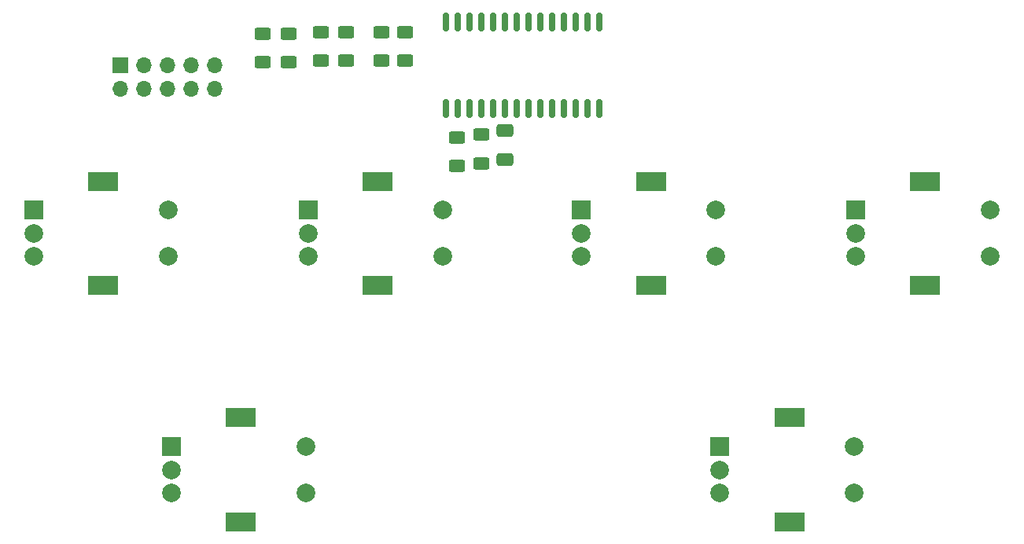
<source format=gbs>
G04 #@! TF.GenerationSoftware,KiCad,Pcbnew,7.0.7*
G04 #@! TF.CreationDate,2024-03-19T10:03:33+01:00*
G04 #@! TF.ProjectId,Poly_UA_controller_6enc_4sw,506f6c79-5f55-4415-9f63-6f6e74726f6c,rev?*
G04 #@! TF.SameCoordinates,Original*
G04 #@! TF.FileFunction,Soldermask,Bot*
G04 #@! TF.FilePolarity,Negative*
%FSLAX46Y46*%
G04 Gerber Fmt 4.6, Leading zero omitted, Abs format (unit mm)*
G04 Created by KiCad (PCBNEW 7.0.7) date 2024-03-19 10:03:33*
%MOMM*%
%LPD*%
G01*
G04 APERTURE LIST*
G04 Aperture macros list*
%AMRoundRect*
0 Rectangle with rounded corners*
0 $1 Rounding radius*
0 $2 $3 $4 $5 $6 $7 $8 $9 X,Y pos of 4 corners*
0 Add a 4 corners polygon primitive as box body*
4,1,4,$2,$3,$4,$5,$6,$7,$8,$9,$2,$3,0*
0 Add four circle primitives for the rounded corners*
1,1,$1+$1,$2,$3*
1,1,$1+$1,$4,$5*
1,1,$1+$1,$6,$7*
1,1,$1+$1,$8,$9*
0 Add four rect primitives between the rounded corners*
20,1,$1+$1,$2,$3,$4,$5,0*
20,1,$1+$1,$4,$5,$6,$7,0*
20,1,$1+$1,$6,$7,$8,$9,0*
20,1,$1+$1,$8,$9,$2,$3,0*%
G04 Aperture macros list end*
%ADD10RoundRect,0.250000X0.650000X-0.412500X0.650000X0.412500X-0.650000X0.412500X-0.650000X-0.412500X0*%
%ADD11RoundRect,0.150000X0.150000X-0.875000X0.150000X0.875000X-0.150000X0.875000X-0.150000X-0.875000X0*%
%ADD12R,2.000000X2.000000*%
%ADD13C,2.000000*%
%ADD14R,3.200000X2.000000*%
%ADD15RoundRect,0.250000X0.625000X-0.400000X0.625000X0.400000X-0.625000X0.400000X-0.625000X-0.400000X0*%
%ADD16RoundRect,0.250000X-0.625000X0.400000X-0.625000X-0.400000X0.625000X-0.400000X0.625000X0.400000X0*%
%ADD17R,1.700000X1.700000*%
%ADD18O,1.700000X1.700000*%
G04 APERTURE END LIST*
D10*
X143535400Y-58878000D03*
X143535400Y-55753000D03*
D11*
X153720800Y-53341800D03*
X152450800Y-53341800D03*
X151180800Y-53341800D03*
X149910800Y-53341800D03*
X148640800Y-53341800D03*
X147370800Y-53341800D03*
X146100800Y-53341800D03*
X144830800Y-53341800D03*
X143560800Y-53341800D03*
X142290800Y-53341800D03*
X141020800Y-53341800D03*
X139750800Y-53341800D03*
X138480800Y-53341800D03*
X137210800Y-53341800D03*
X137210800Y-44041800D03*
X138480800Y-44041800D03*
X139750800Y-44041800D03*
X141020800Y-44041800D03*
X142290800Y-44041800D03*
X143560800Y-44041800D03*
X144830800Y-44041800D03*
X146100800Y-44041800D03*
X147370800Y-44041800D03*
X148640800Y-44041800D03*
X149910800Y-44041800D03*
X151180800Y-44041800D03*
X152450800Y-44041800D03*
X153720800Y-44041800D03*
D12*
X166663800Y-89752800D03*
D13*
X166663800Y-94752800D03*
X166663800Y-92252800D03*
D14*
X174163800Y-97852800D03*
X174163800Y-86652800D03*
D13*
X181163800Y-94752800D03*
X181163800Y-89752800D03*
D12*
X107608800Y-89752800D03*
D13*
X107608800Y-94752800D03*
X107608800Y-92252800D03*
D14*
X115108800Y-97852800D03*
X115108800Y-86652800D03*
D13*
X122108800Y-94752800D03*
X122108800Y-89752800D03*
D12*
X181268800Y-64276600D03*
D13*
X181268800Y-69276600D03*
X181268800Y-66776600D03*
D14*
X188768800Y-72376600D03*
X188768800Y-61176600D03*
D13*
X195768800Y-69276600D03*
X195768800Y-64276600D03*
X166254000Y-64276600D03*
X166254000Y-69276600D03*
D14*
X159254000Y-61176600D03*
X159254000Y-72376600D03*
D13*
X151754000Y-66776600D03*
X151754000Y-69276600D03*
D12*
X151754000Y-64276600D03*
X122340800Y-64276600D03*
D13*
X122340800Y-69276600D03*
X122340800Y-66776600D03*
D14*
X129840800Y-72376600D03*
X129840800Y-61176600D03*
D13*
X136840800Y-69276600D03*
X136840800Y-64276600D03*
D12*
X92800600Y-64276600D03*
D13*
X92800600Y-69276600D03*
X92800600Y-66776600D03*
D14*
X100300600Y-72376600D03*
X100300600Y-61176600D03*
D13*
X107300600Y-69276600D03*
X107300600Y-64276600D03*
D15*
X132765800Y-45110400D03*
X132765800Y-48210400D03*
X120269000Y-48388200D03*
X120269000Y-45288200D03*
D16*
X130251200Y-48210400D03*
X130251200Y-45110400D03*
X117450200Y-45288200D03*
X117450200Y-48388200D03*
D15*
X126415800Y-48210400D03*
X126415800Y-45110400D03*
D16*
X123697400Y-45110400D03*
X123697400Y-48210400D03*
X141020800Y-56159400D03*
X141020800Y-59259400D03*
D15*
X138404600Y-59564200D03*
X138404600Y-56464200D03*
D17*
X102158800Y-48717200D03*
D18*
X102158800Y-51257200D03*
X104698800Y-48717200D03*
X104698800Y-51257200D03*
X107238800Y-48717200D03*
X107238800Y-51257200D03*
X109778800Y-48717200D03*
X109778800Y-51257200D03*
X112318800Y-48717200D03*
X112318800Y-51257200D03*
M02*

</source>
